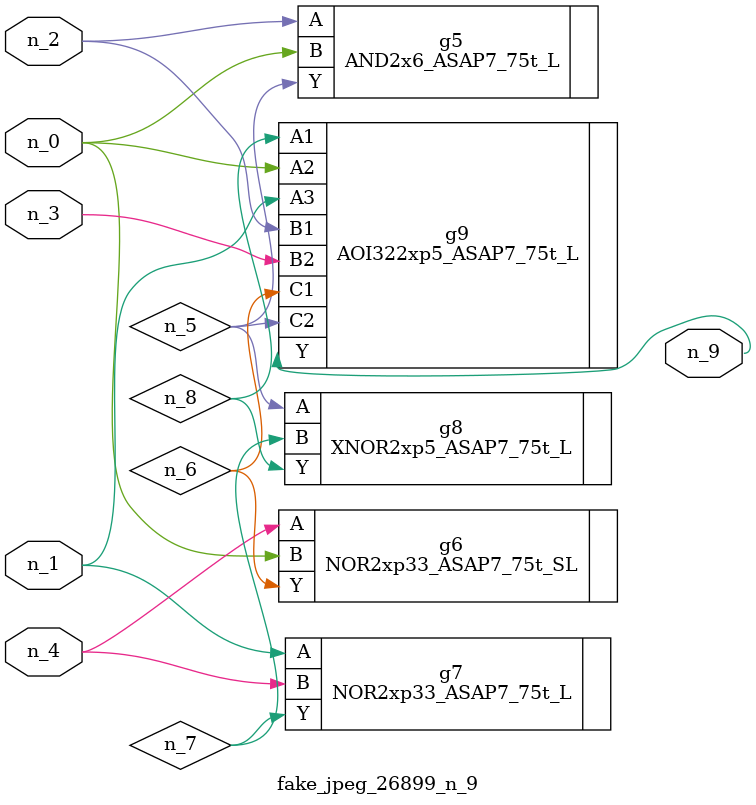
<source format=v>
module fake_jpeg_26899_n_9 (n_3, n_2, n_1, n_0, n_4, n_9);

input n_3;
input n_2;
input n_1;
input n_0;
input n_4;

output n_9;

wire n_8;
wire n_6;
wire n_5;
wire n_7;

AND2x6_ASAP7_75t_L g5 ( 
.A(n_2),
.B(n_0),
.Y(n_5)
);

NOR2xp33_ASAP7_75t_SL g6 ( 
.A(n_4),
.B(n_0),
.Y(n_6)
);

NOR2xp33_ASAP7_75t_L g7 ( 
.A(n_1),
.B(n_4),
.Y(n_7)
);

XNOR2xp5_ASAP7_75t_L g8 ( 
.A(n_5),
.B(n_7),
.Y(n_8)
);

AOI322xp5_ASAP7_75t_L g9 ( 
.A1(n_8),
.A2(n_0),
.A3(n_1),
.B1(n_2),
.B2(n_3),
.C1(n_6),
.C2(n_5),
.Y(n_9)
);


endmodule
</source>
